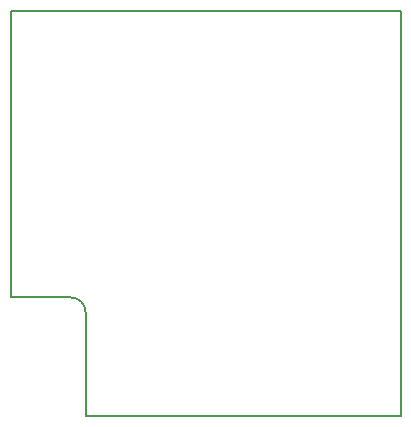
<source format=gbr>
G04 #@! TF.FileFunction,Profile,NP*
%FSLAX46Y46*%
G04 Gerber Fmt 4.6, Leading zero omitted, Abs format (unit mm)*
G04 Created by KiCad (PCBNEW 4.0.7) date Thursday, December 07, 2017 'PMt' 10:45:11 PM*
%MOMM*%
%LPD*%
G01*
G04 APERTURE LIST*
%ADD10C,0.100000*%
%ADD11C,0.150000*%
G04 APERTURE END LIST*
D10*
D11*
X116205000Y-78867000D02*
G75*
G03X114935000Y-77597000I-1270000J0D01*
G01*
X116205000Y-78867000D02*
X116205000Y-87630000D01*
X109855000Y-77597000D02*
X114935000Y-77597000D01*
X109855000Y-77597000D02*
X109855000Y-53340000D01*
X142875000Y-87630000D02*
X116205000Y-87630000D01*
X142875000Y-53340000D02*
X142875000Y-87630000D01*
X109855000Y-53340000D02*
X142875000Y-53340000D01*
M02*

</source>
